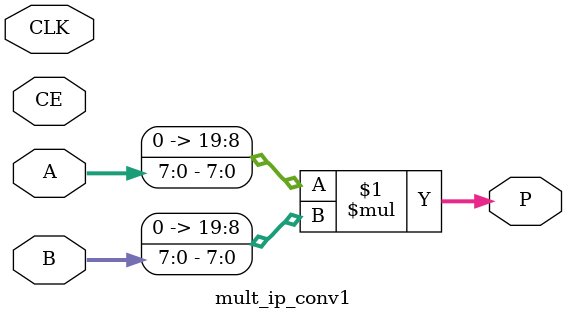
<source format=v>
`timescale 1ns / 1ps
module mult_ip_conv1(
    input  CLK,
    input  CE,
    input   [7:0] A,
    input    [7:0] B,
    output   [19:0] P
);
//assign  P=$unsigned(A) * $unsigned(B);
assign  P=$unsigned(A) * $signed(B);
endmodule
</source>
